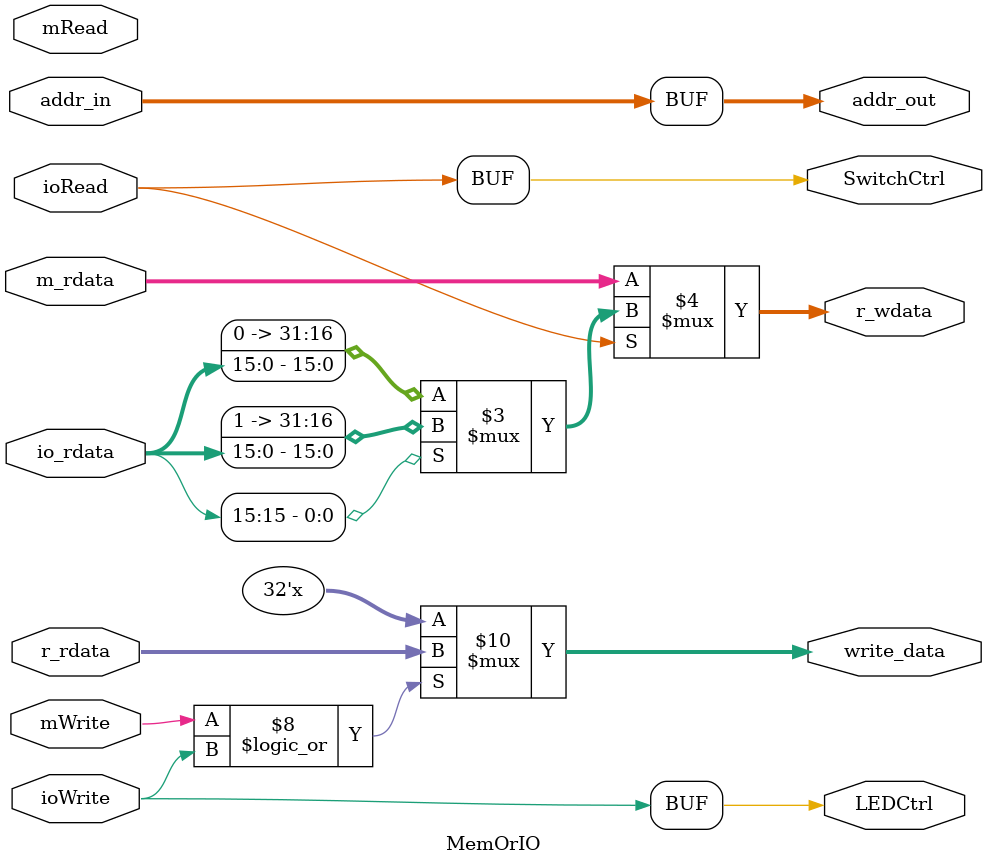
<source format=v>
`timescale 1ns / 1ps


module MemOrIO( mRead, mWrite, ioRead, ioWrite,addr_in, addr_out, m_rdata, io_rdata, r_wdata, r_rdata, write_data, LEDCtrl, SwitchCtrl);
input mRead; // read memory, fromController
input mWrite; // write memory, fromController
input ioRead; // read IO, from Controller
input ioWrite; // write IO, from Controller
input[31:0] addr_in; // from alu_result in ALU
output[31:0] addr_out; // address to Data-Memory
input[31:0] m_rdata; // data read from Data-Memory
input[15:0] io_rdata; // data read from IO,16 bits
output[31:0] r_wdata; // data to Decoder(register file)
input[31:0] r_rdata; // data read from Decoder(register file)
output reg[31:0] write_data; // data to memory or I/O£¨m_wdata, io_wdata£©output LEDCtrl; // LED Chip Select
output SwitchCtrl; // Switch Chip Select
output LEDCtrl;
assign addr_out= addr_in;
// The data wirte to register file may be from memory or io. 
// While the data is from io, it should be the lower 16bit of r_wdata. 
assign r_wdata = (ioRead == 1)?( io_rdata[15]==1'b0)?{16'h0000,io_rdata}:{16'hffff,io_rdata}:m_rdata;
// Chip select signal of Led and Switch are all active high;
assign LEDCtrl= ioWrite;
assign SwitchCtrl= ioRead;
always @* begin
if((mWrite==1)||(ioWrite==1))
//wirte_data could go to either memory or IO. where is it from?
    write_data = r_rdata; //warning£ºwrite_data = 16'h0000, r_rdata[15:0] or r_rdata ???
else
    write_data = 32'hZZZZZZZZ;
end
endmodule

</source>
